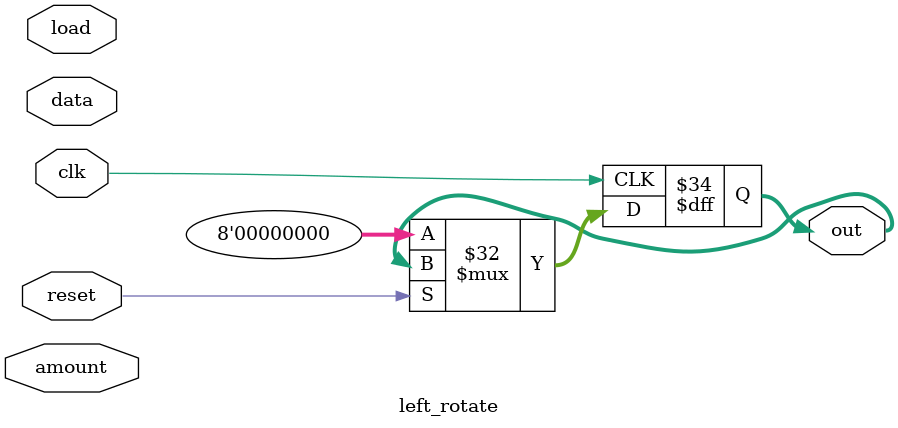
<source format=v>
module left_rotate(clk,reset,amount,data,load,out);
input clk,reset;
input [2:0] amount;
input [7:0] data;
input load;
output reg [7:0] out;
// when load is high, load data to out
// rotate the register out followed by shift left by amount bits
reg [7:0] shuf [7:0];
wire [7:0] shifted_middle = data >> amount;
reg [7:0] shifted_left;

initial
begin
    // shift right arithmetic
    shuf[0] = 0;
   shuf[1] = 1;
   shuf[2] = 2;
   shuf[3] = 3;
   shuf[4] = 4;
   shuf[5] = 5;
   shuf[6] = 6;
   shuf[7] = 7;
   shuf[8] = 8;
end

always @(posedge clk)
begin
    if (!reset)
    begin
        out  <= 0;end
end
endmodule

</source>
